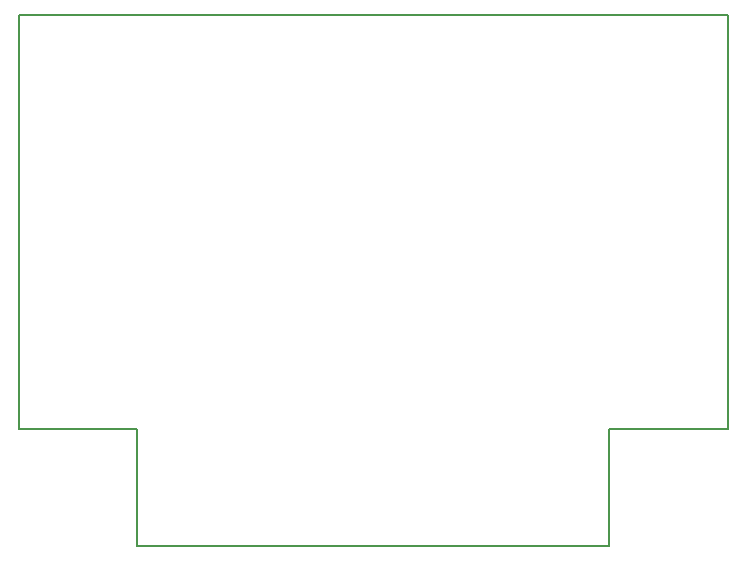
<source format=gm1>
G04 MADE WITH FRITZING*
G04 WWW.FRITZING.ORG*
G04 DOUBLE SIDED*
G04 HOLES PLATED*
G04 CONTOUR ON CENTER OF CONTOUR VECTOR*
%ASAXBY*%
%FSLAX23Y23*%
%MOIN*%
%OFA0B0*%
%SFA1.0B1.0*%
%ADD10C,0.008*%
%LNCONTOUR*%
G90*
G70*
G54D10*
X2363Y1772D02*
X0Y1772D01*
X0Y392D01*
X393Y392D01*
X393Y0D01*
X1968Y0D01*
X1968Y392D01*
X2363Y392D01*
X2363Y1772D01*
D02*
G04 End of contour*
M02*
</source>
